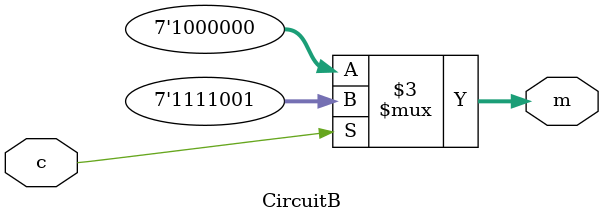
<source format=v>
module CircuitB(c, m);
    input c;
    output reg [6:0] m;

    always @(*) begin
        m = (c == 0) ? 7'b1000000 : 7'b1111001;
    end
endmodule
</source>
